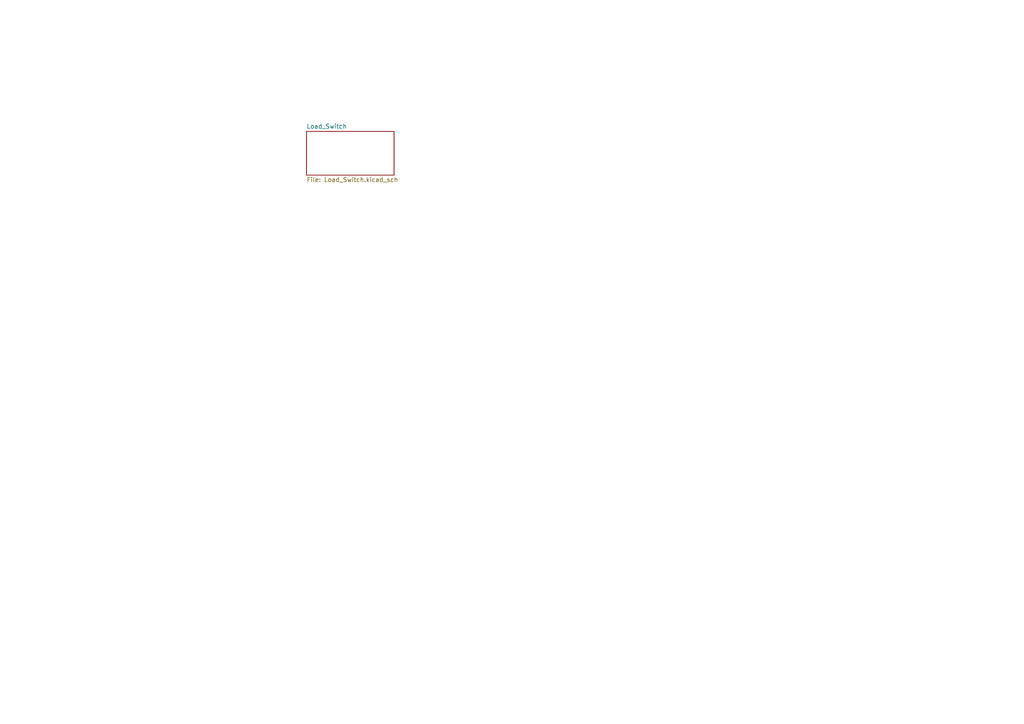
<source format=kicad_sch>
(kicad_sch (version 20230121) (generator eeschema)
  (paper "A4")
  (lib_symbols)
  (sheet (at 88.9 38.1) (size 25.4 12.7) (stroke (width 0.1524))
    (property "Sheetname" "Load_Switch" (at 88.9 37.3884 0) (effects (justify left bottom)))
    (property "Sheetfile" "Load_Switch.kicad_sch" (at 88.9 51.3846 0) (effects (justify left top)))
  )
)
</source>
